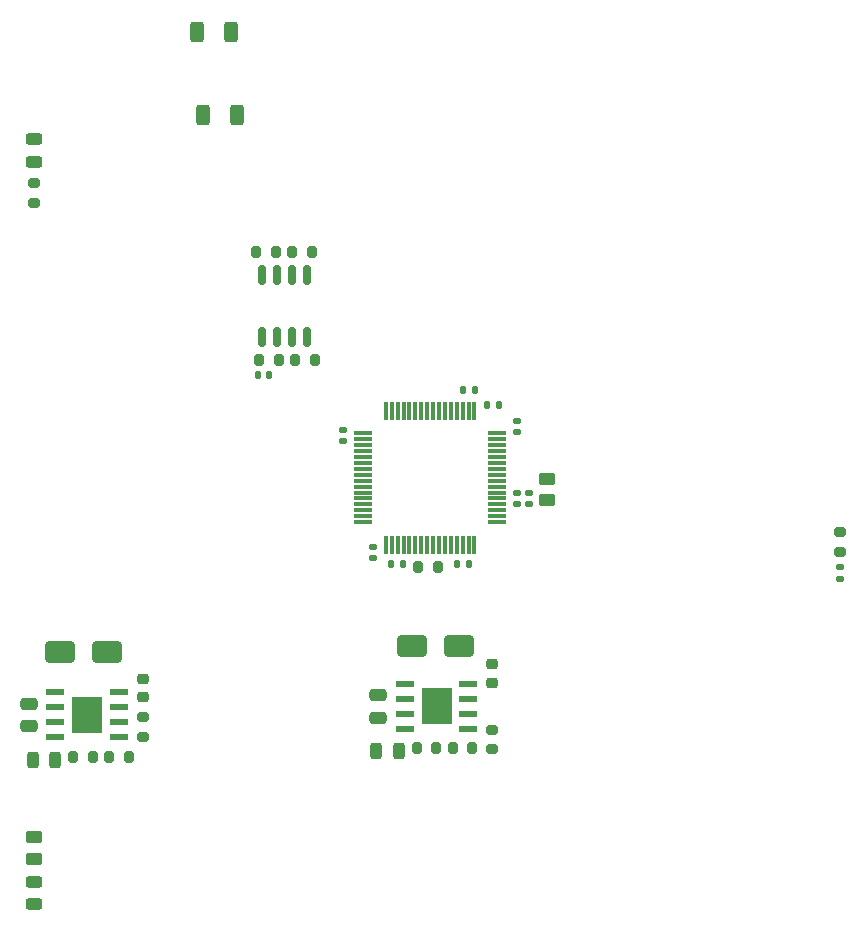
<source format=gbr>
%TF.GenerationSoftware,KiCad,Pcbnew,7.0.9*%
%TF.CreationDate,2025-02-06T15:14:37+09:00*%
%TF.ProjectId,01-MAIN,30312d4d-4149-44e2-9e6b-696361645f70,rev?*%
%TF.SameCoordinates,Original*%
%TF.FileFunction,Paste,Bot*%
%TF.FilePolarity,Positive*%
%FSLAX46Y46*%
G04 Gerber Fmt 4.6, Leading zero omitted, Abs format (unit mm)*
G04 Created by KiCad (PCBNEW 7.0.9) date 2025-02-06 15:14:37*
%MOMM*%
%LPD*%
G01*
G04 APERTURE LIST*
G04 Aperture macros list*
%AMRoundRect*
0 Rectangle with rounded corners*
0 $1 Rounding radius*
0 $2 $3 $4 $5 $6 $7 $8 $9 X,Y pos of 4 corners*
0 Add a 4 corners polygon primitive as box body*
4,1,4,$2,$3,$4,$5,$6,$7,$8,$9,$2,$3,0*
0 Add four circle primitives for the rounded corners*
1,1,$1+$1,$2,$3*
1,1,$1+$1,$4,$5*
1,1,$1+$1,$6,$7*
1,1,$1+$1,$8,$9*
0 Add four rect primitives between the rounded corners*
20,1,$1+$1,$2,$3,$4,$5,0*
20,1,$1+$1,$4,$5,$6,$7,0*
20,1,$1+$1,$6,$7,$8,$9,0*
20,1,$1+$1,$8,$9,$2,$3,0*%
G04 Aperture macros list end*
%ADD10RoundRect,0.250000X0.312500X0.625000X-0.312500X0.625000X-0.312500X-0.625000X0.312500X-0.625000X0*%
%ADD11RoundRect,0.250000X-0.312500X-0.625000X0.312500X-0.625000X0.312500X0.625000X-0.312500X0.625000X0*%
%ADD12RoundRect,0.243750X-0.456250X0.243750X-0.456250X-0.243750X0.456250X-0.243750X0.456250X0.243750X0*%
%ADD13R,1.550000X0.600000*%
%ADD14R,2.600000X3.100000*%
%ADD15RoundRect,0.140000X-0.170000X0.140000X-0.170000X-0.140000X0.170000X-0.140000X0.170000X0.140000X0*%
%ADD16RoundRect,0.243750X0.243750X0.456250X-0.243750X0.456250X-0.243750X-0.456250X0.243750X-0.456250X0*%
%ADD17RoundRect,0.225000X0.250000X-0.225000X0.250000X0.225000X-0.250000X0.225000X-0.250000X-0.225000X0*%
%ADD18RoundRect,0.200000X-0.200000X-0.275000X0.200000X-0.275000X0.200000X0.275000X-0.200000X0.275000X0*%
%ADD19RoundRect,0.200000X0.275000X-0.200000X0.275000X0.200000X-0.275000X0.200000X-0.275000X-0.200000X0*%
%ADD20RoundRect,0.140000X0.140000X0.170000X-0.140000X0.170000X-0.140000X-0.170000X0.140000X-0.170000X0*%
%ADD21RoundRect,0.200000X-0.275000X0.200000X-0.275000X-0.200000X0.275000X-0.200000X0.275000X0.200000X0*%
%ADD22RoundRect,0.200000X0.200000X0.275000X-0.200000X0.275000X-0.200000X-0.275000X0.200000X-0.275000X0*%
%ADD23RoundRect,0.075000X0.700000X0.075000X-0.700000X0.075000X-0.700000X-0.075000X0.700000X-0.075000X0*%
%ADD24RoundRect,0.075000X0.075000X0.700000X-0.075000X0.700000X-0.075000X-0.700000X0.075000X-0.700000X0*%
%ADD25RoundRect,0.140000X-0.140000X-0.170000X0.140000X-0.170000X0.140000X0.170000X-0.140000X0.170000X0*%
%ADD26RoundRect,0.250000X-0.475000X0.250000X-0.475000X-0.250000X0.475000X-0.250000X0.475000X0.250000X0*%
%ADD27RoundRect,0.150000X-0.150000X0.675000X-0.150000X-0.675000X0.150000X-0.675000X0.150000X0.675000X0*%
%ADD28RoundRect,0.250000X-0.450000X0.262500X-0.450000X-0.262500X0.450000X-0.262500X0.450000X0.262500X0*%
%ADD29RoundRect,0.140000X0.170000X-0.140000X0.170000X0.140000X-0.170000X0.140000X-0.170000X-0.140000X0*%
%ADD30RoundRect,0.250000X-1.000000X-0.650000X1.000000X-0.650000X1.000000X0.650000X-1.000000X0.650000X0*%
%ADD31RoundRect,0.243750X0.456250X-0.243750X0.456250X0.243750X-0.456250X0.243750X-0.456250X-0.243750X0*%
G04 APERTURE END LIST*
D10*
%TO.C,R10*%
X136000000Y-63000000D03*
X133075000Y-63000000D03*
%TD*%
D11*
%TO.C,R9*%
X132537500Y-56000000D03*
X135462500Y-56000000D03*
%TD*%
D12*
%TO.C,D2*%
X118745000Y-127967500D03*
X118745000Y-129842500D03*
%TD*%
D13*
%TO.C,U8*%
X125982000Y-111928000D03*
X125982000Y-113198000D03*
X125982000Y-114468000D03*
X125982000Y-115738000D03*
X120582000Y-115738000D03*
X120582000Y-114468000D03*
X120582000Y-113198000D03*
X120582000Y-111928000D03*
D14*
X123282000Y-113833000D03*
%TD*%
D15*
%TO.C,C10*%
X159679000Y-95016000D03*
X159679000Y-95976000D03*
%TD*%
D16*
%TO.C,D7*%
X149636500Y-116916000D03*
X147761500Y-116916000D03*
%TD*%
D17*
%TO.C,C17*%
X128016000Y-112344000D03*
X128016000Y-110794000D03*
%TD*%
D18*
%TO.C,R18*%
X122111000Y-117411000D03*
X123761000Y-117411000D03*
%TD*%
D13*
%TO.C,U7*%
X155555000Y-111179000D03*
X155555000Y-112449000D03*
X155555000Y-113719000D03*
X155555000Y-114989000D03*
X150155000Y-114989000D03*
X150155000Y-113719000D03*
X150155000Y-112449000D03*
X150155000Y-111179000D03*
D14*
X152855000Y-113084000D03*
%TD*%
D19*
%TO.C,R7*%
X118745000Y-70485000D03*
X118745000Y-68835000D03*
%TD*%
D20*
%TO.C,C4*%
X155587000Y-101084000D03*
X154627000Y-101084000D03*
%TD*%
D18*
%TO.C,R17*%
X151176000Y-116662000D03*
X152826000Y-116662000D03*
%TD*%
D21*
%TO.C,R15*%
X128016000Y-114046000D03*
X128016000Y-115696000D03*
%TD*%
D18*
%TO.C,R1*%
X140653000Y-74676000D03*
X142303000Y-74676000D03*
%TD*%
%TO.C,R4*%
X137859000Y-83820000D03*
X139509000Y-83820000D03*
%TD*%
D22*
%TO.C,R3*%
X139255000Y-74676000D03*
X137605000Y-74676000D03*
%TD*%
D23*
%TO.C,U1*%
X157988000Y-90004000D03*
X157988000Y-90504000D03*
X157988000Y-91004000D03*
X157988000Y-91504000D03*
X157988000Y-92004000D03*
X157988000Y-92504000D03*
X157988000Y-93004000D03*
X157988000Y-93504000D03*
X157988000Y-94004000D03*
X157988000Y-94504000D03*
X157988000Y-95004000D03*
X157988000Y-95504000D03*
X157988000Y-96004000D03*
X157988000Y-96504000D03*
X157988000Y-97004000D03*
X157988000Y-97504000D03*
D24*
X156063000Y-99429000D03*
X155563000Y-99429000D03*
X155063000Y-99429000D03*
X154563000Y-99429000D03*
X154063000Y-99429000D03*
X153563000Y-99429000D03*
X153063000Y-99429000D03*
X152563000Y-99429000D03*
X152063000Y-99429000D03*
X151563000Y-99429000D03*
X151063000Y-99429000D03*
X150563000Y-99429000D03*
X150063000Y-99429000D03*
X149563000Y-99429000D03*
X149063000Y-99429000D03*
X148563000Y-99429000D03*
D23*
X146638000Y-97504000D03*
X146638000Y-97004000D03*
X146638000Y-96504000D03*
X146638000Y-96004000D03*
X146638000Y-95504000D03*
X146638000Y-95004000D03*
X146638000Y-94504000D03*
X146638000Y-94004000D03*
X146638000Y-93504000D03*
X146638000Y-93004000D03*
X146638000Y-92504000D03*
X146638000Y-92004000D03*
X146638000Y-91504000D03*
X146638000Y-91004000D03*
X146638000Y-90504000D03*
X146638000Y-90004000D03*
D24*
X148563000Y-88079000D03*
X149063000Y-88079000D03*
X149563000Y-88079000D03*
X150063000Y-88079000D03*
X150563000Y-88079000D03*
X151063000Y-88079000D03*
X151563000Y-88079000D03*
X152063000Y-88079000D03*
X152563000Y-88079000D03*
X153063000Y-88079000D03*
X153563000Y-88079000D03*
X154063000Y-88079000D03*
X154563000Y-88079000D03*
X155063000Y-88079000D03*
X155563000Y-88079000D03*
X156063000Y-88079000D03*
%TD*%
D22*
%TO.C,R14*%
X155874000Y-116662000D03*
X154224000Y-116662000D03*
%TD*%
D15*
%TO.C,C11*%
X160695000Y-95016000D03*
X160695000Y-95976000D03*
%TD*%
D25*
%TO.C,C9*%
X137724000Y-85090000D03*
X138684000Y-85090000D03*
%TD*%
D18*
%TO.C,R6*%
X151321000Y-101346000D03*
X152971000Y-101346000D03*
%TD*%
D26*
%TO.C,C15*%
X118364000Y-112905000D03*
X118364000Y-114805000D03*
%TD*%
D27*
%TO.C,U2*%
X138049000Y-76623000D03*
X139319000Y-76623000D03*
X140589000Y-76623000D03*
X141859000Y-76623000D03*
X141859000Y-81873000D03*
X140589000Y-81873000D03*
X139319000Y-81873000D03*
X138049000Y-81873000D03*
%TD*%
D21*
%TO.C,R13*%
X157589000Y-115075000D03*
X157589000Y-116725000D03*
%TD*%
D26*
%TO.C,C14*%
X147937000Y-112156000D03*
X147937000Y-114056000D03*
%TD*%
D28*
%TO.C,R8*%
X118745000Y-124182500D03*
X118745000Y-126007500D03*
%TD*%
D16*
%TO.C,D8*%
X120571500Y-117665000D03*
X118696500Y-117665000D03*
%TD*%
D17*
%TO.C,C16*%
X157589000Y-111087000D03*
X157589000Y-109537000D03*
%TD*%
D29*
%TO.C,C5*%
X147487000Y-100576000D03*
X147487000Y-99616000D03*
%TD*%
D21*
%TO.C,R2*%
X187000000Y-98362000D03*
X187000000Y-100012000D03*
%TD*%
D22*
%TO.C,R16*%
X126809000Y-117411000D03*
X125159000Y-117411000D03*
%TD*%
D29*
%TO.C,C6*%
X144947000Y-90642000D03*
X144947000Y-89682000D03*
%TD*%
D15*
%TO.C,C1*%
X187000000Y-101346000D03*
X187000000Y-102306000D03*
%TD*%
D30*
%TO.C,D6*%
X120936000Y-108521000D03*
X124936000Y-108521000D03*
%TD*%
D22*
%TO.C,R5*%
X142557000Y-83820000D03*
X140907000Y-83820000D03*
%TD*%
D30*
%TO.C,D5*%
X150763000Y-108026000D03*
X154763000Y-108026000D03*
%TD*%
D25*
%TO.C,C8*%
X155135000Y-86352000D03*
X156095000Y-86352000D03*
%TD*%
D20*
%TO.C,C2*%
X149999000Y-101084000D03*
X149039000Y-101084000D03*
%TD*%
D15*
%TO.C,C3*%
X159679000Y-88920000D03*
X159679000Y-89880000D03*
%TD*%
D28*
%TO.C,FB1*%
X162219000Y-93821500D03*
X162219000Y-95646500D03*
%TD*%
D25*
%TO.C,C7*%
X157167000Y-87622000D03*
X158127000Y-87622000D03*
%TD*%
D31*
%TO.C,D1*%
X118745000Y-66977500D03*
X118745000Y-65102500D03*
%TD*%
M02*

</source>
